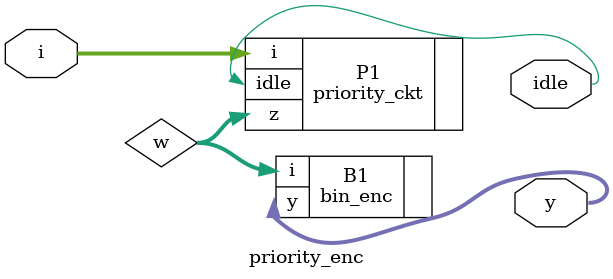
<source format=v>
module priority_enc(input [3:0]i,output [1:0]y,output idle);
	wire [3:0] w;
	priority_ckt P1(.i(i),.z(w),.idle(idle));
	bin_enc B1(.i(w),.y(y));
endmodule

</source>
